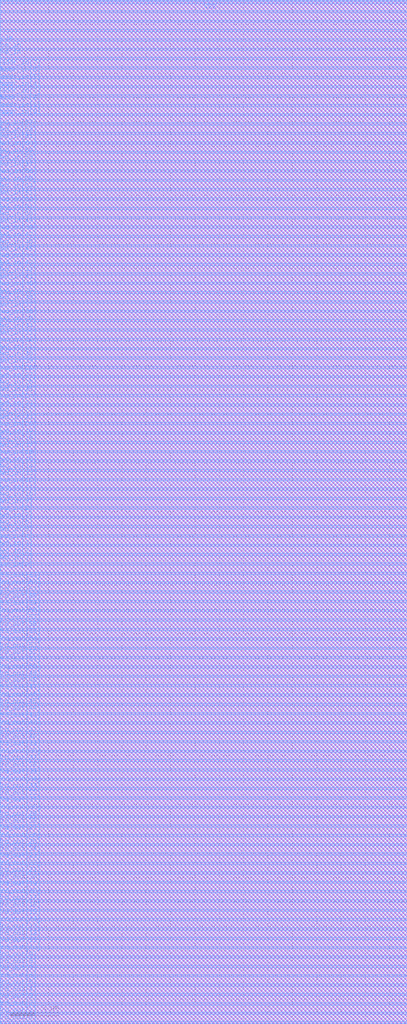
<source format=lef>
# Generated by FakeRAM 2.0
VERSION 5.7 ;
BUSBITCHARS "[]" ;
PROPERTYDEFINITIONS
  MACRO width INTEGER ;
  MACRO depth INTEGER ;
  MACRO banks INTEGER ;
END PROPERTYDEFINITIONS
MACRO fakeram_256x64
  PROPERTY width 64 ;
  PROPERTY depth 256 ;
  PROPERTY banks 2 ;
  FOREIGN fakeram_256x64 0 0 ;
  SYMMETRY X Y R90 ;
  SIZE 16.720 BY 42.000 ;
  CLASS BLOCK ;
  PIN rd_out[0]
    DIRECTION OUTPUT ;
    USE SIGNAL ;
    SHAPE ABUTMENT ;
    PORT
      LAYER M4 ;
      RECT 0.000 0.048 0.024 0.072 ;
    END
  END rd_out[0]
  PIN rd_out[1]
    DIRECTION OUTPUT ;
    USE SIGNAL ;
    SHAPE ABUTMENT ;
    PORT
      LAYER M4 ;
      RECT 0.000 0.336 0.024 0.360 ;
    END
  END rd_out[1]
  PIN rd_out[2]
    DIRECTION OUTPUT ;
    USE SIGNAL ;
    SHAPE ABUTMENT ;
    PORT
      LAYER M4 ;
      RECT 0.000 0.624 0.024 0.648 ;
    END
  END rd_out[2]
  PIN rd_out[3]
    DIRECTION OUTPUT ;
    USE SIGNAL ;
    SHAPE ABUTMENT ;
    PORT
      LAYER M4 ;
      RECT 0.000 0.912 0.024 0.936 ;
    END
  END rd_out[3]
  PIN rd_out[4]
    DIRECTION OUTPUT ;
    USE SIGNAL ;
    SHAPE ABUTMENT ;
    PORT
      LAYER M4 ;
      RECT 0.000 1.200 0.024 1.224 ;
    END
  END rd_out[4]
  PIN rd_out[5]
    DIRECTION OUTPUT ;
    USE SIGNAL ;
    SHAPE ABUTMENT ;
    PORT
      LAYER M4 ;
      RECT 0.000 1.488 0.024 1.512 ;
    END
  END rd_out[5]
  PIN rd_out[6]
    DIRECTION OUTPUT ;
    USE SIGNAL ;
    SHAPE ABUTMENT ;
    PORT
      LAYER M4 ;
      RECT 0.000 1.776 0.024 1.800 ;
    END
  END rd_out[6]
  PIN rd_out[7]
    DIRECTION OUTPUT ;
    USE SIGNAL ;
    SHAPE ABUTMENT ;
    PORT
      LAYER M4 ;
      RECT 0.000 2.064 0.024 2.088 ;
    END
  END rd_out[7]
  PIN rd_out[8]
    DIRECTION OUTPUT ;
    USE SIGNAL ;
    SHAPE ABUTMENT ;
    PORT
      LAYER M4 ;
      RECT 0.000 2.352 0.024 2.376 ;
    END
  END rd_out[8]
  PIN rd_out[9]
    DIRECTION OUTPUT ;
    USE SIGNAL ;
    SHAPE ABUTMENT ;
    PORT
      LAYER M4 ;
      RECT 0.000 2.640 0.024 2.664 ;
    END
  END rd_out[9]
  PIN rd_out[10]
    DIRECTION OUTPUT ;
    USE SIGNAL ;
    SHAPE ABUTMENT ;
    PORT
      LAYER M4 ;
      RECT 0.000 2.928 0.024 2.952 ;
    END
  END rd_out[10]
  PIN rd_out[11]
    DIRECTION OUTPUT ;
    USE SIGNAL ;
    SHAPE ABUTMENT ;
    PORT
      LAYER M4 ;
      RECT 0.000 3.216 0.024 3.240 ;
    END
  END rd_out[11]
  PIN rd_out[12]
    DIRECTION OUTPUT ;
    USE SIGNAL ;
    SHAPE ABUTMENT ;
    PORT
      LAYER M4 ;
      RECT 0.000 3.504 0.024 3.528 ;
    END
  END rd_out[12]
  PIN rd_out[13]
    DIRECTION OUTPUT ;
    USE SIGNAL ;
    SHAPE ABUTMENT ;
    PORT
      LAYER M4 ;
      RECT 0.000 3.792 0.024 3.816 ;
    END
  END rd_out[13]
  PIN rd_out[14]
    DIRECTION OUTPUT ;
    USE SIGNAL ;
    SHAPE ABUTMENT ;
    PORT
      LAYER M4 ;
      RECT 0.000 4.080 0.024 4.104 ;
    END
  END rd_out[14]
  PIN rd_out[15]
    DIRECTION OUTPUT ;
    USE SIGNAL ;
    SHAPE ABUTMENT ;
    PORT
      LAYER M4 ;
      RECT 0.000 4.368 0.024 4.392 ;
    END
  END rd_out[15]
  PIN rd_out[16]
    DIRECTION OUTPUT ;
    USE SIGNAL ;
    SHAPE ABUTMENT ;
    PORT
      LAYER M4 ;
      RECT 0.000 4.656 0.024 4.680 ;
    END
  END rd_out[16]
  PIN rd_out[17]
    DIRECTION OUTPUT ;
    USE SIGNAL ;
    SHAPE ABUTMENT ;
    PORT
      LAYER M4 ;
      RECT 0.000 4.944 0.024 4.968 ;
    END
  END rd_out[17]
  PIN rd_out[18]
    DIRECTION OUTPUT ;
    USE SIGNAL ;
    SHAPE ABUTMENT ;
    PORT
      LAYER M4 ;
      RECT 0.000 5.232 0.024 5.256 ;
    END
  END rd_out[18]
  PIN rd_out[19]
    DIRECTION OUTPUT ;
    USE SIGNAL ;
    SHAPE ABUTMENT ;
    PORT
      LAYER M4 ;
      RECT 0.000 5.520 0.024 5.544 ;
    END
  END rd_out[19]
  PIN rd_out[20]
    DIRECTION OUTPUT ;
    USE SIGNAL ;
    SHAPE ABUTMENT ;
    PORT
      LAYER M4 ;
      RECT 0.000 5.808 0.024 5.832 ;
    END
  END rd_out[20]
  PIN rd_out[21]
    DIRECTION OUTPUT ;
    USE SIGNAL ;
    SHAPE ABUTMENT ;
    PORT
      LAYER M4 ;
      RECT 0.000 6.096 0.024 6.120 ;
    END
  END rd_out[21]
  PIN rd_out[22]
    DIRECTION OUTPUT ;
    USE SIGNAL ;
    SHAPE ABUTMENT ;
    PORT
      LAYER M4 ;
      RECT 0.000 6.384 0.024 6.408 ;
    END
  END rd_out[22]
  PIN rd_out[23]
    DIRECTION OUTPUT ;
    USE SIGNAL ;
    SHAPE ABUTMENT ;
    PORT
      LAYER M4 ;
      RECT 0.000 6.672 0.024 6.696 ;
    END
  END rd_out[23]
  PIN rd_out[24]
    DIRECTION OUTPUT ;
    USE SIGNAL ;
    SHAPE ABUTMENT ;
    PORT
      LAYER M4 ;
      RECT 0.000 6.960 0.024 6.984 ;
    END
  END rd_out[24]
  PIN rd_out[25]
    DIRECTION OUTPUT ;
    USE SIGNAL ;
    SHAPE ABUTMENT ;
    PORT
      LAYER M4 ;
      RECT 0.000 7.248 0.024 7.272 ;
    END
  END rd_out[25]
  PIN rd_out[26]
    DIRECTION OUTPUT ;
    USE SIGNAL ;
    SHAPE ABUTMENT ;
    PORT
      LAYER M4 ;
      RECT 0.000 7.536 0.024 7.560 ;
    END
  END rd_out[26]
  PIN rd_out[27]
    DIRECTION OUTPUT ;
    USE SIGNAL ;
    SHAPE ABUTMENT ;
    PORT
      LAYER M4 ;
      RECT 0.000 7.824 0.024 7.848 ;
    END
  END rd_out[27]
  PIN rd_out[28]
    DIRECTION OUTPUT ;
    USE SIGNAL ;
    SHAPE ABUTMENT ;
    PORT
      LAYER M4 ;
      RECT 0.000 8.112 0.024 8.136 ;
    END
  END rd_out[28]
  PIN rd_out[29]
    DIRECTION OUTPUT ;
    USE SIGNAL ;
    SHAPE ABUTMENT ;
    PORT
      LAYER M4 ;
      RECT 0.000 8.400 0.024 8.424 ;
    END
  END rd_out[29]
  PIN rd_out[30]
    DIRECTION OUTPUT ;
    USE SIGNAL ;
    SHAPE ABUTMENT ;
    PORT
      LAYER M4 ;
      RECT 0.000 8.688 0.024 8.712 ;
    END
  END rd_out[30]
  PIN rd_out[31]
    DIRECTION OUTPUT ;
    USE SIGNAL ;
    SHAPE ABUTMENT ;
    PORT
      LAYER M4 ;
      RECT 0.000 8.976 0.024 9.000 ;
    END
  END rd_out[31]
  PIN rd_out[32]
    DIRECTION OUTPUT ;
    USE SIGNAL ;
    SHAPE ABUTMENT ;
    PORT
      LAYER M4 ;
      RECT 0.000 9.264 0.024 9.288 ;
    END
  END rd_out[32]
  PIN rd_out[33]
    DIRECTION OUTPUT ;
    USE SIGNAL ;
    SHAPE ABUTMENT ;
    PORT
      LAYER M4 ;
      RECT 0.000 9.552 0.024 9.576 ;
    END
  END rd_out[33]
  PIN rd_out[34]
    DIRECTION OUTPUT ;
    USE SIGNAL ;
    SHAPE ABUTMENT ;
    PORT
      LAYER M4 ;
      RECT 0.000 9.840 0.024 9.864 ;
    END
  END rd_out[34]
  PIN rd_out[35]
    DIRECTION OUTPUT ;
    USE SIGNAL ;
    SHAPE ABUTMENT ;
    PORT
      LAYER M4 ;
      RECT 0.000 10.128 0.024 10.152 ;
    END
  END rd_out[35]
  PIN rd_out[36]
    DIRECTION OUTPUT ;
    USE SIGNAL ;
    SHAPE ABUTMENT ;
    PORT
      LAYER M4 ;
      RECT 0.000 10.416 0.024 10.440 ;
    END
  END rd_out[36]
  PIN rd_out[37]
    DIRECTION OUTPUT ;
    USE SIGNAL ;
    SHAPE ABUTMENT ;
    PORT
      LAYER M4 ;
      RECT 0.000 10.704 0.024 10.728 ;
    END
  END rd_out[37]
  PIN rd_out[38]
    DIRECTION OUTPUT ;
    USE SIGNAL ;
    SHAPE ABUTMENT ;
    PORT
      LAYER M4 ;
      RECT 0.000 10.992 0.024 11.016 ;
    END
  END rd_out[38]
  PIN rd_out[39]
    DIRECTION OUTPUT ;
    USE SIGNAL ;
    SHAPE ABUTMENT ;
    PORT
      LAYER M4 ;
      RECT 0.000 11.280 0.024 11.304 ;
    END
  END rd_out[39]
  PIN rd_out[40]
    DIRECTION OUTPUT ;
    USE SIGNAL ;
    SHAPE ABUTMENT ;
    PORT
      LAYER M4 ;
      RECT 0.000 11.568 0.024 11.592 ;
    END
  END rd_out[40]
  PIN rd_out[41]
    DIRECTION OUTPUT ;
    USE SIGNAL ;
    SHAPE ABUTMENT ;
    PORT
      LAYER M4 ;
      RECT 0.000 11.856 0.024 11.880 ;
    END
  END rd_out[41]
  PIN rd_out[42]
    DIRECTION OUTPUT ;
    USE SIGNAL ;
    SHAPE ABUTMENT ;
    PORT
      LAYER M4 ;
      RECT 0.000 12.144 0.024 12.168 ;
    END
  END rd_out[42]
  PIN rd_out[43]
    DIRECTION OUTPUT ;
    USE SIGNAL ;
    SHAPE ABUTMENT ;
    PORT
      LAYER M4 ;
      RECT 0.000 12.432 0.024 12.456 ;
    END
  END rd_out[43]
  PIN rd_out[44]
    DIRECTION OUTPUT ;
    USE SIGNAL ;
    SHAPE ABUTMENT ;
    PORT
      LAYER M4 ;
      RECT 0.000 12.720 0.024 12.744 ;
    END
  END rd_out[44]
  PIN rd_out[45]
    DIRECTION OUTPUT ;
    USE SIGNAL ;
    SHAPE ABUTMENT ;
    PORT
      LAYER M4 ;
      RECT 0.000 13.008 0.024 13.032 ;
    END
  END rd_out[45]
  PIN rd_out[46]
    DIRECTION OUTPUT ;
    USE SIGNAL ;
    SHAPE ABUTMENT ;
    PORT
      LAYER M4 ;
      RECT 0.000 13.296 0.024 13.320 ;
    END
  END rd_out[46]
  PIN rd_out[47]
    DIRECTION OUTPUT ;
    USE SIGNAL ;
    SHAPE ABUTMENT ;
    PORT
      LAYER M4 ;
      RECT 0.000 13.584 0.024 13.608 ;
    END
  END rd_out[47]
  PIN rd_out[48]
    DIRECTION OUTPUT ;
    USE SIGNAL ;
    SHAPE ABUTMENT ;
    PORT
      LAYER M4 ;
      RECT 0.000 13.872 0.024 13.896 ;
    END
  END rd_out[48]
  PIN rd_out[49]
    DIRECTION OUTPUT ;
    USE SIGNAL ;
    SHAPE ABUTMENT ;
    PORT
      LAYER M4 ;
      RECT 0.000 14.160 0.024 14.184 ;
    END
  END rd_out[49]
  PIN rd_out[50]
    DIRECTION OUTPUT ;
    USE SIGNAL ;
    SHAPE ABUTMENT ;
    PORT
      LAYER M4 ;
      RECT 0.000 14.448 0.024 14.472 ;
    END
  END rd_out[50]
  PIN rd_out[51]
    DIRECTION OUTPUT ;
    USE SIGNAL ;
    SHAPE ABUTMENT ;
    PORT
      LAYER M4 ;
      RECT 0.000 14.736 0.024 14.760 ;
    END
  END rd_out[51]
  PIN rd_out[52]
    DIRECTION OUTPUT ;
    USE SIGNAL ;
    SHAPE ABUTMENT ;
    PORT
      LAYER M4 ;
      RECT 0.000 15.024 0.024 15.048 ;
    END
  END rd_out[52]
  PIN rd_out[53]
    DIRECTION OUTPUT ;
    USE SIGNAL ;
    SHAPE ABUTMENT ;
    PORT
      LAYER M4 ;
      RECT 0.000 15.312 0.024 15.336 ;
    END
  END rd_out[53]
  PIN rd_out[54]
    DIRECTION OUTPUT ;
    USE SIGNAL ;
    SHAPE ABUTMENT ;
    PORT
      LAYER M4 ;
      RECT 0.000 15.600 0.024 15.624 ;
    END
  END rd_out[54]
  PIN rd_out[55]
    DIRECTION OUTPUT ;
    USE SIGNAL ;
    SHAPE ABUTMENT ;
    PORT
      LAYER M4 ;
      RECT 0.000 15.888 0.024 15.912 ;
    END
  END rd_out[55]
  PIN rd_out[56]
    DIRECTION OUTPUT ;
    USE SIGNAL ;
    SHAPE ABUTMENT ;
    PORT
      LAYER M4 ;
      RECT 0.000 16.176 0.024 16.200 ;
    END
  END rd_out[56]
  PIN rd_out[57]
    DIRECTION OUTPUT ;
    USE SIGNAL ;
    SHAPE ABUTMENT ;
    PORT
      LAYER M4 ;
      RECT 0.000 16.464 0.024 16.488 ;
    END
  END rd_out[57]
  PIN rd_out[58]
    DIRECTION OUTPUT ;
    USE SIGNAL ;
    SHAPE ABUTMENT ;
    PORT
      LAYER M4 ;
      RECT 0.000 16.752 0.024 16.776 ;
    END
  END rd_out[58]
  PIN rd_out[59]
    DIRECTION OUTPUT ;
    USE SIGNAL ;
    SHAPE ABUTMENT ;
    PORT
      LAYER M4 ;
      RECT 0.000 17.040 0.024 17.064 ;
    END
  END rd_out[59]
  PIN rd_out[60]
    DIRECTION OUTPUT ;
    USE SIGNAL ;
    SHAPE ABUTMENT ;
    PORT
      LAYER M4 ;
      RECT 0.000 17.328 0.024 17.352 ;
    END
  END rd_out[60]
  PIN rd_out[61]
    DIRECTION OUTPUT ;
    USE SIGNAL ;
    SHAPE ABUTMENT ;
    PORT
      LAYER M4 ;
      RECT 0.000 17.616 0.024 17.640 ;
    END
  END rd_out[61]
  PIN rd_out[62]
    DIRECTION OUTPUT ;
    USE SIGNAL ;
    SHAPE ABUTMENT ;
    PORT
      LAYER M4 ;
      RECT 0.000 17.904 0.024 17.928 ;
    END
  END rd_out[62]
  PIN rd_out[63]
    DIRECTION OUTPUT ;
    USE SIGNAL ;
    SHAPE ABUTMENT ;
    PORT
      LAYER M4 ;
      RECT 0.000 18.192 0.024 18.216 ;
    END
  END rd_out[63]
  PIN wd_in[0]
    DIRECTION INPUT ;
    USE SIGNAL ;
    SHAPE ABUTMENT ;
    PORT
      LAYER M4 ;
      RECT 0.000 18.624 0.024 18.648 ;
    END
  END wd_in[0]
  PIN wd_in[1]
    DIRECTION INPUT ;
    USE SIGNAL ;
    SHAPE ABUTMENT ;
    PORT
      LAYER M4 ;
      RECT 0.000 18.912 0.024 18.936 ;
    END
  END wd_in[1]
  PIN wd_in[2]
    DIRECTION INPUT ;
    USE SIGNAL ;
    SHAPE ABUTMENT ;
    PORT
      LAYER M4 ;
      RECT 0.000 19.200 0.024 19.224 ;
    END
  END wd_in[2]
  PIN wd_in[3]
    DIRECTION INPUT ;
    USE SIGNAL ;
    SHAPE ABUTMENT ;
    PORT
      LAYER M4 ;
      RECT 0.000 19.488 0.024 19.512 ;
    END
  END wd_in[3]
  PIN wd_in[4]
    DIRECTION INPUT ;
    USE SIGNAL ;
    SHAPE ABUTMENT ;
    PORT
      LAYER M4 ;
      RECT 0.000 19.776 0.024 19.800 ;
    END
  END wd_in[4]
  PIN wd_in[5]
    DIRECTION INPUT ;
    USE SIGNAL ;
    SHAPE ABUTMENT ;
    PORT
      LAYER M4 ;
      RECT 0.000 20.064 0.024 20.088 ;
    END
  END wd_in[5]
  PIN wd_in[6]
    DIRECTION INPUT ;
    USE SIGNAL ;
    SHAPE ABUTMENT ;
    PORT
      LAYER M4 ;
      RECT 0.000 20.352 0.024 20.376 ;
    END
  END wd_in[6]
  PIN wd_in[7]
    DIRECTION INPUT ;
    USE SIGNAL ;
    SHAPE ABUTMENT ;
    PORT
      LAYER M4 ;
      RECT 0.000 20.640 0.024 20.664 ;
    END
  END wd_in[7]
  PIN wd_in[8]
    DIRECTION INPUT ;
    USE SIGNAL ;
    SHAPE ABUTMENT ;
    PORT
      LAYER M4 ;
      RECT 0.000 20.928 0.024 20.952 ;
    END
  END wd_in[8]
  PIN wd_in[9]
    DIRECTION INPUT ;
    USE SIGNAL ;
    SHAPE ABUTMENT ;
    PORT
      LAYER M4 ;
      RECT 0.000 21.216 0.024 21.240 ;
    END
  END wd_in[9]
  PIN wd_in[10]
    DIRECTION INPUT ;
    USE SIGNAL ;
    SHAPE ABUTMENT ;
    PORT
      LAYER M4 ;
      RECT 0.000 21.504 0.024 21.528 ;
    END
  END wd_in[10]
  PIN wd_in[11]
    DIRECTION INPUT ;
    USE SIGNAL ;
    SHAPE ABUTMENT ;
    PORT
      LAYER M4 ;
      RECT 0.000 21.792 0.024 21.816 ;
    END
  END wd_in[11]
  PIN wd_in[12]
    DIRECTION INPUT ;
    USE SIGNAL ;
    SHAPE ABUTMENT ;
    PORT
      LAYER M4 ;
      RECT 0.000 22.080 0.024 22.104 ;
    END
  END wd_in[12]
  PIN wd_in[13]
    DIRECTION INPUT ;
    USE SIGNAL ;
    SHAPE ABUTMENT ;
    PORT
      LAYER M4 ;
      RECT 0.000 22.368 0.024 22.392 ;
    END
  END wd_in[13]
  PIN wd_in[14]
    DIRECTION INPUT ;
    USE SIGNAL ;
    SHAPE ABUTMENT ;
    PORT
      LAYER M4 ;
      RECT 0.000 22.656 0.024 22.680 ;
    END
  END wd_in[14]
  PIN wd_in[15]
    DIRECTION INPUT ;
    USE SIGNAL ;
    SHAPE ABUTMENT ;
    PORT
      LAYER M4 ;
      RECT 0.000 22.944 0.024 22.968 ;
    END
  END wd_in[15]
  PIN wd_in[16]
    DIRECTION INPUT ;
    USE SIGNAL ;
    SHAPE ABUTMENT ;
    PORT
      LAYER M4 ;
      RECT 0.000 23.232 0.024 23.256 ;
    END
  END wd_in[16]
  PIN wd_in[17]
    DIRECTION INPUT ;
    USE SIGNAL ;
    SHAPE ABUTMENT ;
    PORT
      LAYER M4 ;
      RECT 0.000 23.520 0.024 23.544 ;
    END
  END wd_in[17]
  PIN wd_in[18]
    DIRECTION INPUT ;
    USE SIGNAL ;
    SHAPE ABUTMENT ;
    PORT
      LAYER M4 ;
      RECT 0.000 23.808 0.024 23.832 ;
    END
  END wd_in[18]
  PIN wd_in[19]
    DIRECTION INPUT ;
    USE SIGNAL ;
    SHAPE ABUTMENT ;
    PORT
      LAYER M4 ;
      RECT 0.000 24.096 0.024 24.120 ;
    END
  END wd_in[19]
  PIN wd_in[20]
    DIRECTION INPUT ;
    USE SIGNAL ;
    SHAPE ABUTMENT ;
    PORT
      LAYER M4 ;
      RECT 0.000 24.384 0.024 24.408 ;
    END
  END wd_in[20]
  PIN wd_in[21]
    DIRECTION INPUT ;
    USE SIGNAL ;
    SHAPE ABUTMENT ;
    PORT
      LAYER M4 ;
      RECT 0.000 24.672 0.024 24.696 ;
    END
  END wd_in[21]
  PIN wd_in[22]
    DIRECTION INPUT ;
    USE SIGNAL ;
    SHAPE ABUTMENT ;
    PORT
      LAYER M4 ;
      RECT 0.000 24.960 0.024 24.984 ;
    END
  END wd_in[22]
  PIN wd_in[23]
    DIRECTION INPUT ;
    USE SIGNAL ;
    SHAPE ABUTMENT ;
    PORT
      LAYER M4 ;
      RECT 0.000 25.248 0.024 25.272 ;
    END
  END wd_in[23]
  PIN wd_in[24]
    DIRECTION INPUT ;
    USE SIGNAL ;
    SHAPE ABUTMENT ;
    PORT
      LAYER M4 ;
      RECT 0.000 25.536 0.024 25.560 ;
    END
  END wd_in[24]
  PIN wd_in[25]
    DIRECTION INPUT ;
    USE SIGNAL ;
    SHAPE ABUTMENT ;
    PORT
      LAYER M4 ;
      RECT 0.000 25.824 0.024 25.848 ;
    END
  END wd_in[25]
  PIN wd_in[26]
    DIRECTION INPUT ;
    USE SIGNAL ;
    SHAPE ABUTMENT ;
    PORT
      LAYER M4 ;
      RECT 0.000 26.112 0.024 26.136 ;
    END
  END wd_in[26]
  PIN wd_in[27]
    DIRECTION INPUT ;
    USE SIGNAL ;
    SHAPE ABUTMENT ;
    PORT
      LAYER M4 ;
      RECT 0.000 26.400 0.024 26.424 ;
    END
  END wd_in[27]
  PIN wd_in[28]
    DIRECTION INPUT ;
    USE SIGNAL ;
    SHAPE ABUTMENT ;
    PORT
      LAYER M4 ;
      RECT 0.000 26.688 0.024 26.712 ;
    END
  END wd_in[28]
  PIN wd_in[29]
    DIRECTION INPUT ;
    USE SIGNAL ;
    SHAPE ABUTMENT ;
    PORT
      LAYER M4 ;
      RECT 0.000 26.976 0.024 27.000 ;
    END
  END wd_in[29]
  PIN wd_in[30]
    DIRECTION INPUT ;
    USE SIGNAL ;
    SHAPE ABUTMENT ;
    PORT
      LAYER M4 ;
      RECT 0.000 27.264 0.024 27.288 ;
    END
  END wd_in[30]
  PIN wd_in[31]
    DIRECTION INPUT ;
    USE SIGNAL ;
    SHAPE ABUTMENT ;
    PORT
      LAYER M4 ;
      RECT 0.000 27.552 0.024 27.576 ;
    END
  END wd_in[31]
  PIN wd_in[32]
    DIRECTION INPUT ;
    USE SIGNAL ;
    SHAPE ABUTMENT ;
    PORT
      LAYER M4 ;
      RECT 0.000 27.840 0.024 27.864 ;
    END
  END wd_in[32]
  PIN wd_in[33]
    DIRECTION INPUT ;
    USE SIGNAL ;
    SHAPE ABUTMENT ;
    PORT
      LAYER M4 ;
      RECT 0.000 28.128 0.024 28.152 ;
    END
  END wd_in[33]
  PIN wd_in[34]
    DIRECTION INPUT ;
    USE SIGNAL ;
    SHAPE ABUTMENT ;
    PORT
      LAYER M4 ;
      RECT 0.000 28.416 0.024 28.440 ;
    END
  END wd_in[34]
  PIN wd_in[35]
    DIRECTION INPUT ;
    USE SIGNAL ;
    SHAPE ABUTMENT ;
    PORT
      LAYER M4 ;
      RECT 0.000 28.704 0.024 28.728 ;
    END
  END wd_in[35]
  PIN wd_in[36]
    DIRECTION INPUT ;
    USE SIGNAL ;
    SHAPE ABUTMENT ;
    PORT
      LAYER M4 ;
      RECT 0.000 28.992 0.024 29.016 ;
    END
  END wd_in[36]
  PIN wd_in[37]
    DIRECTION INPUT ;
    USE SIGNAL ;
    SHAPE ABUTMENT ;
    PORT
      LAYER M4 ;
      RECT 0.000 29.280 0.024 29.304 ;
    END
  END wd_in[37]
  PIN wd_in[38]
    DIRECTION INPUT ;
    USE SIGNAL ;
    SHAPE ABUTMENT ;
    PORT
      LAYER M4 ;
      RECT 0.000 29.568 0.024 29.592 ;
    END
  END wd_in[38]
  PIN wd_in[39]
    DIRECTION INPUT ;
    USE SIGNAL ;
    SHAPE ABUTMENT ;
    PORT
      LAYER M4 ;
      RECT 0.000 29.856 0.024 29.880 ;
    END
  END wd_in[39]
  PIN wd_in[40]
    DIRECTION INPUT ;
    USE SIGNAL ;
    SHAPE ABUTMENT ;
    PORT
      LAYER M4 ;
      RECT 0.000 30.144 0.024 30.168 ;
    END
  END wd_in[40]
  PIN wd_in[41]
    DIRECTION INPUT ;
    USE SIGNAL ;
    SHAPE ABUTMENT ;
    PORT
      LAYER M4 ;
      RECT 0.000 30.432 0.024 30.456 ;
    END
  END wd_in[41]
  PIN wd_in[42]
    DIRECTION INPUT ;
    USE SIGNAL ;
    SHAPE ABUTMENT ;
    PORT
      LAYER M4 ;
      RECT 0.000 30.720 0.024 30.744 ;
    END
  END wd_in[42]
  PIN wd_in[43]
    DIRECTION INPUT ;
    USE SIGNAL ;
    SHAPE ABUTMENT ;
    PORT
      LAYER M4 ;
      RECT 0.000 31.008 0.024 31.032 ;
    END
  END wd_in[43]
  PIN wd_in[44]
    DIRECTION INPUT ;
    USE SIGNAL ;
    SHAPE ABUTMENT ;
    PORT
      LAYER M4 ;
      RECT 0.000 31.296 0.024 31.320 ;
    END
  END wd_in[44]
  PIN wd_in[45]
    DIRECTION INPUT ;
    USE SIGNAL ;
    SHAPE ABUTMENT ;
    PORT
      LAYER M4 ;
      RECT 0.000 31.584 0.024 31.608 ;
    END
  END wd_in[45]
  PIN wd_in[46]
    DIRECTION INPUT ;
    USE SIGNAL ;
    SHAPE ABUTMENT ;
    PORT
      LAYER M4 ;
      RECT 0.000 31.872 0.024 31.896 ;
    END
  END wd_in[46]
  PIN wd_in[47]
    DIRECTION INPUT ;
    USE SIGNAL ;
    SHAPE ABUTMENT ;
    PORT
      LAYER M4 ;
      RECT 0.000 32.160 0.024 32.184 ;
    END
  END wd_in[47]
  PIN wd_in[48]
    DIRECTION INPUT ;
    USE SIGNAL ;
    SHAPE ABUTMENT ;
    PORT
      LAYER M4 ;
      RECT 0.000 32.448 0.024 32.472 ;
    END
  END wd_in[48]
  PIN wd_in[49]
    DIRECTION INPUT ;
    USE SIGNAL ;
    SHAPE ABUTMENT ;
    PORT
      LAYER M4 ;
      RECT 0.000 32.736 0.024 32.760 ;
    END
  END wd_in[49]
  PIN wd_in[50]
    DIRECTION INPUT ;
    USE SIGNAL ;
    SHAPE ABUTMENT ;
    PORT
      LAYER M4 ;
      RECT 0.000 33.024 0.024 33.048 ;
    END
  END wd_in[50]
  PIN wd_in[51]
    DIRECTION INPUT ;
    USE SIGNAL ;
    SHAPE ABUTMENT ;
    PORT
      LAYER M4 ;
      RECT 0.000 33.312 0.024 33.336 ;
    END
  END wd_in[51]
  PIN wd_in[52]
    DIRECTION INPUT ;
    USE SIGNAL ;
    SHAPE ABUTMENT ;
    PORT
      LAYER M4 ;
      RECT 0.000 33.600 0.024 33.624 ;
    END
  END wd_in[52]
  PIN wd_in[53]
    DIRECTION INPUT ;
    USE SIGNAL ;
    SHAPE ABUTMENT ;
    PORT
      LAYER M4 ;
      RECT 0.000 33.888 0.024 33.912 ;
    END
  END wd_in[53]
  PIN wd_in[54]
    DIRECTION INPUT ;
    USE SIGNAL ;
    SHAPE ABUTMENT ;
    PORT
      LAYER M4 ;
      RECT 0.000 34.176 0.024 34.200 ;
    END
  END wd_in[54]
  PIN wd_in[55]
    DIRECTION INPUT ;
    USE SIGNAL ;
    SHAPE ABUTMENT ;
    PORT
      LAYER M4 ;
      RECT 0.000 34.464 0.024 34.488 ;
    END
  END wd_in[55]
  PIN wd_in[56]
    DIRECTION INPUT ;
    USE SIGNAL ;
    SHAPE ABUTMENT ;
    PORT
      LAYER M4 ;
      RECT 0.000 34.752 0.024 34.776 ;
    END
  END wd_in[56]
  PIN wd_in[57]
    DIRECTION INPUT ;
    USE SIGNAL ;
    SHAPE ABUTMENT ;
    PORT
      LAYER M4 ;
      RECT 0.000 35.040 0.024 35.064 ;
    END
  END wd_in[57]
  PIN wd_in[58]
    DIRECTION INPUT ;
    USE SIGNAL ;
    SHAPE ABUTMENT ;
    PORT
      LAYER M4 ;
      RECT 0.000 35.328 0.024 35.352 ;
    END
  END wd_in[58]
  PIN wd_in[59]
    DIRECTION INPUT ;
    USE SIGNAL ;
    SHAPE ABUTMENT ;
    PORT
      LAYER M4 ;
      RECT 0.000 35.616 0.024 35.640 ;
    END
  END wd_in[59]
  PIN wd_in[60]
    DIRECTION INPUT ;
    USE SIGNAL ;
    SHAPE ABUTMENT ;
    PORT
      LAYER M4 ;
      RECT 0.000 35.904 0.024 35.928 ;
    END
  END wd_in[60]
  PIN wd_in[61]
    DIRECTION INPUT ;
    USE SIGNAL ;
    SHAPE ABUTMENT ;
    PORT
      LAYER M4 ;
      RECT 0.000 36.192 0.024 36.216 ;
    END
  END wd_in[61]
  PIN wd_in[62]
    DIRECTION INPUT ;
    USE SIGNAL ;
    SHAPE ABUTMENT ;
    PORT
      LAYER M4 ;
      RECT 0.000 36.480 0.024 36.504 ;
    END
  END wd_in[62]
  PIN wd_in[63]
    DIRECTION INPUT ;
    USE SIGNAL ;
    SHAPE ABUTMENT ;
    PORT
      LAYER M4 ;
      RECT 0.000 36.768 0.024 36.792 ;
    END
  END wd_in[63]
  PIN addr_in[0]
    DIRECTION INPUT ;
    USE SIGNAL ;
    SHAPE ABUTMENT ;
    PORT
      LAYER M4 ;
      RECT 0.000 37.200 0.024 37.224 ;
    END
  END addr_in[0]
  PIN addr_in[1]
    DIRECTION INPUT ;
    USE SIGNAL ;
    SHAPE ABUTMENT ;
    PORT
      LAYER M4 ;
      RECT 0.000 37.488 0.024 37.512 ;
    END
  END addr_in[1]
  PIN addr_in[2]
    DIRECTION INPUT ;
    USE SIGNAL ;
    SHAPE ABUTMENT ;
    PORT
      LAYER M4 ;
      RECT 0.000 37.776 0.024 37.800 ;
    END
  END addr_in[2]
  PIN addr_in[3]
    DIRECTION INPUT ;
    USE SIGNAL ;
    SHAPE ABUTMENT ;
    PORT
      LAYER M4 ;
      RECT 0.000 38.064 0.024 38.088 ;
    END
  END addr_in[3]
  PIN addr_in[4]
    DIRECTION INPUT ;
    USE SIGNAL ;
    SHAPE ABUTMENT ;
    PORT
      LAYER M4 ;
      RECT 0.000 38.352 0.024 38.376 ;
    END
  END addr_in[4]
  PIN addr_in[5]
    DIRECTION INPUT ;
    USE SIGNAL ;
    SHAPE ABUTMENT ;
    PORT
      LAYER M4 ;
      RECT 0.000 38.640 0.024 38.664 ;
    END
  END addr_in[5]
  PIN addr_in[6]
    DIRECTION INPUT ;
    USE SIGNAL ;
    SHAPE ABUTMENT ;
    PORT
      LAYER M4 ;
      RECT 0.000 38.928 0.024 38.952 ;
    END
  END addr_in[6]
  PIN addr_in[7]
    DIRECTION INPUT ;
    USE SIGNAL ;
    SHAPE ABUTMENT ;
    PORT
      LAYER M4 ;
      RECT 0.000 39.216 0.024 39.240 ;
    END
  END addr_in[7]
  PIN we_in
    DIRECTION INPUT ;
    USE SIGNAL ;
    SHAPE ABUTMENT ;
    PORT
      LAYER M4 ;
      RECT 0.000 39.648 0.024 39.672 ;
    END
  END we_in
  PIN ce_in
    DIRECTION INPUT ;
    USE SIGNAL ;
    SHAPE ABUTMENT ;
    PORT
      LAYER M4 ;
      RECT 0.000 39.936 0.024 39.960 ;
    END
  END ce_in
  PIN clk
    DIRECTION INPUT ;
    USE SIGNAL ;
    SHAPE ABUTMENT ;
    PORT
      LAYER M4 ;
      RECT 0.000 40.224 0.024 40.248 ;
    END
  END clk
  PIN VSS
    DIRECTION INOUT ;
    USE GROUND ;
    PORT
      LAYER M4 ;
      RECT 0.048 0.000 16.672 0.096 ;
      RECT 0.048 0.768 16.672 0.864 ;
      RECT 0.048 1.536 16.672 1.632 ;
      RECT 0.048 2.304 16.672 2.400 ;
      RECT 0.048 3.072 16.672 3.168 ;
      RECT 0.048 3.840 16.672 3.936 ;
      RECT 0.048 4.608 16.672 4.704 ;
      RECT 0.048 5.376 16.672 5.472 ;
      RECT 0.048 6.144 16.672 6.240 ;
      RECT 0.048 6.912 16.672 7.008 ;
      RECT 0.048 7.680 16.672 7.776 ;
      RECT 0.048 8.448 16.672 8.544 ;
      RECT 0.048 9.216 16.672 9.312 ;
      RECT 0.048 9.984 16.672 10.080 ;
      RECT 0.048 10.752 16.672 10.848 ;
      RECT 0.048 11.520 16.672 11.616 ;
      RECT 0.048 12.288 16.672 12.384 ;
      RECT 0.048 13.056 16.672 13.152 ;
      RECT 0.048 13.824 16.672 13.920 ;
      RECT 0.048 14.592 16.672 14.688 ;
      RECT 0.048 15.360 16.672 15.456 ;
      RECT 0.048 16.128 16.672 16.224 ;
      RECT 0.048 16.896 16.672 16.992 ;
      RECT 0.048 17.664 16.672 17.760 ;
      RECT 0.048 18.432 16.672 18.528 ;
      RECT 0.048 19.200 16.672 19.296 ;
      RECT 0.048 19.968 16.672 20.064 ;
      RECT 0.048 20.736 16.672 20.832 ;
      RECT 0.048 21.504 16.672 21.600 ;
      RECT 0.048 22.272 16.672 22.368 ;
      RECT 0.048 23.040 16.672 23.136 ;
      RECT 0.048 23.808 16.672 23.904 ;
      RECT 0.048 24.576 16.672 24.672 ;
      RECT 0.048 25.344 16.672 25.440 ;
      RECT 0.048 26.112 16.672 26.208 ;
      RECT 0.048 26.880 16.672 26.976 ;
      RECT 0.048 27.648 16.672 27.744 ;
      RECT 0.048 28.416 16.672 28.512 ;
      RECT 0.048 29.184 16.672 29.280 ;
      RECT 0.048 29.952 16.672 30.048 ;
      RECT 0.048 30.720 16.672 30.816 ;
      RECT 0.048 31.488 16.672 31.584 ;
      RECT 0.048 32.256 16.672 32.352 ;
      RECT 0.048 33.024 16.672 33.120 ;
      RECT 0.048 33.792 16.672 33.888 ;
      RECT 0.048 34.560 16.672 34.656 ;
      RECT 0.048 35.328 16.672 35.424 ;
      RECT 0.048 36.096 16.672 36.192 ;
      RECT 0.048 36.864 16.672 36.960 ;
      RECT 0.048 37.632 16.672 37.728 ;
      RECT 0.048 38.400 16.672 38.496 ;
      RECT 0.048 39.168 16.672 39.264 ;
      RECT 0.048 39.936 16.672 40.032 ;
      RECT 0.048 40.704 16.672 40.800 ;
      RECT 0.048 41.472 16.672 41.568 ;
    END
  END VSS
  PIN VDD
    DIRECTION INOUT ;
    USE POWER ;
    PORT
      LAYER M4 ;
      RECT 0.048 0.384 16.672 0.480 ;
      RECT 0.048 1.152 16.672 1.248 ;
      RECT 0.048 1.920 16.672 2.016 ;
      RECT 0.048 2.688 16.672 2.784 ;
      RECT 0.048 3.456 16.672 3.552 ;
      RECT 0.048 4.224 16.672 4.320 ;
      RECT 0.048 4.992 16.672 5.088 ;
      RECT 0.048 5.760 16.672 5.856 ;
      RECT 0.048 6.528 16.672 6.624 ;
      RECT 0.048 7.296 16.672 7.392 ;
      RECT 0.048 8.064 16.672 8.160 ;
      RECT 0.048 8.832 16.672 8.928 ;
      RECT 0.048 9.600 16.672 9.696 ;
      RECT 0.048 10.368 16.672 10.464 ;
      RECT 0.048 11.136 16.672 11.232 ;
      RECT 0.048 11.904 16.672 12.000 ;
      RECT 0.048 12.672 16.672 12.768 ;
      RECT 0.048 13.440 16.672 13.536 ;
      RECT 0.048 14.208 16.672 14.304 ;
      RECT 0.048 14.976 16.672 15.072 ;
      RECT 0.048 15.744 16.672 15.840 ;
      RECT 0.048 16.512 16.672 16.608 ;
      RECT 0.048 17.280 16.672 17.376 ;
      RECT 0.048 18.048 16.672 18.144 ;
      RECT 0.048 18.816 16.672 18.912 ;
      RECT 0.048 19.584 16.672 19.680 ;
      RECT 0.048 20.352 16.672 20.448 ;
      RECT 0.048 21.120 16.672 21.216 ;
      RECT 0.048 21.888 16.672 21.984 ;
      RECT 0.048 22.656 16.672 22.752 ;
      RECT 0.048 23.424 16.672 23.520 ;
      RECT 0.048 24.192 16.672 24.288 ;
      RECT 0.048 24.960 16.672 25.056 ;
      RECT 0.048 25.728 16.672 25.824 ;
      RECT 0.048 26.496 16.672 26.592 ;
      RECT 0.048 27.264 16.672 27.360 ;
      RECT 0.048 28.032 16.672 28.128 ;
      RECT 0.048 28.800 16.672 28.896 ;
      RECT 0.048 29.568 16.672 29.664 ;
      RECT 0.048 30.336 16.672 30.432 ;
      RECT 0.048 31.104 16.672 31.200 ;
      RECT 0.048 31.872 16.672 31.968 ;
      RECT 0.048 32.640 16.672 32.736 ;
      RECT 0.048 33.408 16.672 33.504 ;
      RECT 0.048 34.176 16.672 34.272 ;
      RECT 0.048 34.944 16.672 35.040 ;
      RECT 0.048 35.712 16.672 35.808 ;
      RECT 0.048 36.480 16.672 36.576 ;
      RECT 0.048 37.248 16.672 37.344 ;
      RECT 0.048 38.016 16.672 38.112 ;
      RECT 0.048 38.784 16.672 38.880 ;
      RECT 0.048 39.552 16.672 39.648 ;
      RECT 0.048 40.320 16.672 40.416 ;
      RECT 0.048 41.088 16.672 41.184 ;
      RECT 0.048 41.856 16.672 41.952 ;
    END
  END VDD
  OBS
    LAYER M1 ;
    RECT 0 0 16.720 42.000 ;
    LAYER M2 ;
    RECT 0 0 16.720 42.000 ;
    LAYER M3 ;
    RECT 0 0 16.720 42.000 ;
    LAYER M4 ;
    RECT 0 0 16.720 42.000 ;
  END
END fakeram_256x64

END LIBRARY

</source>
